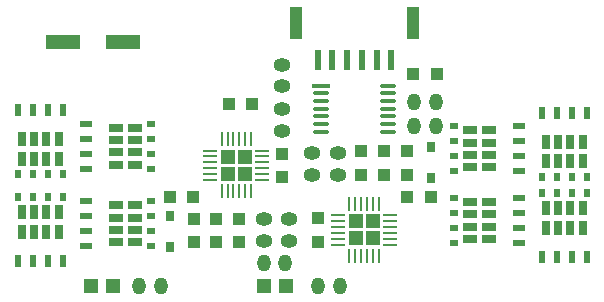
<source format=gtp>
G04*
G04 #@! TF.GenerationSoftware,Altium Limited,Altium Designer,22.7.1 (60)*
G04*
G04 Layer_Color=8421504*
%FSLAX25Y25*%
%MOIN*%
G70*
G04*
G04 #@! TF.SameCoordinates,D5FD8CF7-689A-4CA3-A305-E5C997A2AED7*
G04*
G04*
G04 #@! TF.FilePolarity,Positive*
G04*
G01*
G75*
%ADD15R,0.04839X0.04839*%
%ADD16R,0.02937X0.05095*%
%ADD17R,0.02937X0.05095*%
%ADD18R,0.02937X0.05095*%
%ADD19R,0.02937X0.05095*%
%ADD20R,0.02213X0.04221*%
%ADD21R,0.02000X0.03016*%
%ADD22R,0.05095X0.02937*%
%ADD23R,0.04221X0.02213*%
%ADD24R,0.03016X0.02000*%
%ADD25R,0.03937X0.11024*%
%ADD26R,0.02362X0.06693*%
%ADD27O,0.00945X0.04724*%
%ADD28O,0.04724X0.00945*%
%ADD29O,0.05906X0.01378*%
%ADD30R,0.05906X0.01378*%
%ADD31O,0.04528X0.05709*%
%ADD32O,0.05709X0.04528*%
%ADD33R,0.04724X0.04724*%
%ADD34R,0.02756X0.03543*%
%ADD35R,0.03937X0.03937*%
%ADD36R,0.03937X0.03937*%
%ADD37R,0.11811X0.04724*%
D15*
X148287Y28788D02*
D03*
Y34414D02*
D03*
X153913Y34412D02*
D03*
X153914Y28787D02*
D03*
X105687Y55905D02*
D03*
X105678Y50287D02*
D03*
X111313Y50295D02*
D03*
X111313Y55905D02*
D03*
D16*
X215641Y38764D02*
D03*
Y32292D02*
D03*
X211523Y60847D02*
D03*
X211523Y54375D02*
D03*
X41041Y37464D02*
D03*
X36923Y37464D02*
D03*
X45149Y61772D02*
D03*
Y55300D02*
D03*
D17*
X219759Y32292D02*
D03*
Y38764D02*
D03*
X223877Y60847D02*
D03*
X223877Y54375D02*
D03*
X45159Y30992D02*
D03*
Y37464D02*
D03*
X41032Y55300D02*
D03*
Y61772D02*
D03*
D18*
X211523Y32292D02*
D03*
X211523Y38764D02*
D03*
X215641Y60847D02*
D03*
Y54375D02*
D03*
X41041Y30992D02*
D03*
X36923D02*
D03*
X49267Y55300D02*
D03*
D19*
X223877Y32292D02*
D03*
X223877Y38764D02*
D03*
X219759Y54375D02*
D03*
Y60847D02*
D03*
X49277Y30992D02*
D03*
X49277Y37464D02*
D03*
X36913Y55300D02*
D03*
X36913Y61772D02*
D03*
X49267Y61772D02*
D03*
D20*
X210201Y22440D02*
D03*
X215200Y22440D02*
D03*
X220200Y22440D02*
D03*
X225199Y22439D02*
D03*
X225200Y70700D02*
D03*
X220199D02*
D03*
X215200Y70700D02*
D03*
X210200Y70700D02*
D03*
X35601Y21140D02*
D03*
X40600Y21139D02*
D03*
X45600Y21139D02*
D03*
X50600Y21139D02*
D03*
X35591Y71625D02*
D03*
X40591Y71625D02*
D03*
X45590Y71625D02*
D03*
X50590Y71625D02*
D03*
D21*
X210201Y43945D02*
D03*
X215200Y43945D02*
D03*
X220200Y43945D02*
D03*
X225201Y43945D02*
D03*
X225199Y49194D02*
D03*
X220199Y49194D02*
D03*
X215200Y49194D02*
D03*
X210200Y49194D02*
D03*
X35600Y42645D02*
D03*
X40600Y42645D02*
D03*
X45600D02*
D03*
X50600D02*
D03*
X35591Y50119D02*
D03*
X40591D02*
D03*
X45590Y50119D02*
D03*
X50590Y50119D02*
D03*
D22*
X186275Y32641D02*
D03*
X192747D02*
D03*
X192747Y36759D02*
D03*
X186275D02*
D03*
X192747Y28523D02*
D03*
X186275Y28523D02*
D03*
X192747Y40877D02*
D03*
X186275Y40877D02*
D03*
X186275Y56541D02*
D03*
X192747D02*
D03*
X192747Y60659D02*
D03*
X186275D02*
D03*
X192747Y52423D02*
D03*
X186275Y52423D02*
D03*
X192747Y64777D02*
D03*
X186275Y64777D02*
D03*
X74795Y35659D02*
D03*
X68322D02*
D03*
X68322Y31541D02*
D03*
X74795D02*
D03*
X68322Y39777D02*
D03*
X74795Y39777D02*
D03*
X68322Y27423D02*
D03*
X74795Y27423D02*
D03*
X74685Y61584D02*
D03*
X68213Y61584D02*
D03*
X68213Y57466D02*
D03*
X74685D02*
D03*
X68213Y65702D02*
D03*
X74685Y65702D02*
D03*
X68213Y53348D02*
D03*
X74685Y53348D02*
D03*
D23*
X202600Y27200D02*
D03*
X202600Y32201D02*
D03*
Y37200D02*
D03*
X202600Y42200D02*
D03*
X202600Y51100D02*
D03*
X202600Y56100D02*
D03*
X202600Y61099D02*
D03*
X202600Y66100D02*
D03*
X58470Y41100D02*
D03*
X58470Y36099D02*
D03*
X58470Y31100D02*
D03*
X58470Y26101D02*
D03*
X58360Y67024D02*
D03*
X58360Y62024D02*
D03*
X58360Y57025D02*
D03*
X58360Y52025D02*
D03*
D24*
X181094Y27200D02*
D03*
X181094Y32201D02*
D03*
X181094Y37200D02*
D03*
X181094Y42200D02*
D03*
X181094Y51100D02*
D03*
X181094Y56100D02*
D03*
X181094Y61100D02*
D03*
X181094Y66100D02*
D03*
X79976Y41099D02*
D03*
X79976Y36100D02*
D03*
X79976Y31101D02*
D03*
Y26101D02*
D03*
X79866Y67024D02*
D03*
X79866Y62024D02*
D03*
X79866Y57025D02*
D03*
X79866Y52025D02*
D03*
D25*
X128290Y100501D02*
D03*
X167463D02*
D03*
D26*
X135574Y88099D02*
D03*
X140494Y88099D02*
D03*
X160180Y88099D02*
D03*
X155259Y88099D02*
D03*
X150338Y88099D02*
D03*
X145416D02*
D03*
D27*
X150116Y40261D02*
D03*
X156021Y40261D02*
D03*
X156021Y22939D02*
D03*
X154053D02*
D03*
X152084Y22939D02*
D03*
X150116D02*
D03*
X148147Y22939D02*
D03*
X146179D02*
D03*
X146179Y40261D02*
D03*
X148147D02*
D03*
X152084Y40261D02*
D03*
X154053Y40261D02*
D03*
X103579Y44439D02*
D03*
X105547D02*
D03*
X107516Y44439D02*
D03*
X109484D02*
D03*
X111453Y44439D02*
D03*
X113421D02*
D03*
X113421Y61761D02*
D03*
X111453D02*
D03*
X109484Y61761D02*
D03*
X107516D02*
D03*
X105547Y61761D02*
D03*
X103579D02*
D03*
D28*
X159761Y36521D02*
D03*
Y34553D02*
D03*
Y32584D02*
D03*
Y30616D02*
D03*
Y28647D02*
D03*
Y26679D02*
D03*
X142439D02*
D03*
Y28647D02*
D03*
Y30616D02*
D03*
Y32584D02*
D03*
Y34553D02*
D03*
Y36521D02*
D03*
X117161Y48179D02*
D03*
Y50147D02*
D03*
Y52116D02*
D03*
Y54084D02*
D03*
Y56053D02*
D03*
Y58021D02*
D03*
X99839D02*
D03*
Y56053D02*
D03*
Y54084D02*
D03*
Y52116D02*
D03*
Y50147D02*
D03*
Y48179D02*
D03*
D29*
X158900Y64323D02*
D03*
Y66882D02*
D03*
Y69441D02*
D03*
Y72000D02*
D03*
Y74559D02*
D03*
Y77118D02*
D03*
Y79677D02*
D03*
X136853Y64323D02*
D03*
Y72000D02*
D03*
Y66882D02*
D03*
Y69441D02*
D03*
Y74559D02*
D03*
Y77118D02*
D03*
D30*
Y79677D02*
D03*
D31*
X174942Y66168D02*
D03*
X167658D02*
D03*
Y74369D02*
D03*
X174942D02*
D03*
X117558Y20700D02*
D03*
X124842D02*
D03*
X135800Y12800D02*
D03*
X143083D02*
D03*
X75958D02*
D03*
X83242D02*
D03*
D32*
X133700Y57242D02*
D03*
Y49958D02*
D03*
X142200Y57242D02*
D03*
Y49958D02*
D03*
X126100Y27958D02*
D03*
Y35242D02*
D03*
X117600Y27958D02*
D03*
X117600Y35242D02*
D03*
X123700Y64558D02*
D03*
Y71842D02*
D03*
Y86700D02*
D03*
Y79417D02*
D03*
D33*
X117558Y12800D02*
D03*
X125039Y12800D02*
D03*
X59891D02*
D03*
X67372D02*
D03*
D34*
X173300Y59231D02*
D03*
Y48995D02*
D03*
X86500Y25969D02*
D03*
Y36205D02*
D03*
D35*
X157750Y57755D02*
D03*
Y49881D02*
D03*
X165400Y49963D02*
D03*
Y57837D02*
D03*
X150100Y57737D02*
D03*
Y49863D02*
D03*
X135800Y35437D02*
D03*
Y27563D02*
D03*
X101832Y35319D02*
D03*
Y27445D02*
D03*
X94200Y27463D02*
D03*
Y35337D02*
D03*
X109465Y27445D02*
D03*
Y35319D02*
D03*
X123700Y49163D02*
D03*
Y57037D02*
D03*
D36*
X173274Y42600D02*
D03*
X165400D02*
D03*
X175237Y83700D02*
D03*
X167363D02*
D03*
X113737Y73600D02*
D03*
X105863D02*
D03*
X86263Y42600D02*
D03*
X94137Y42600D02*
D03*
D37*
X70600Y94200D02*
D03*
X50600D02*
D03*
M02*

</source>
